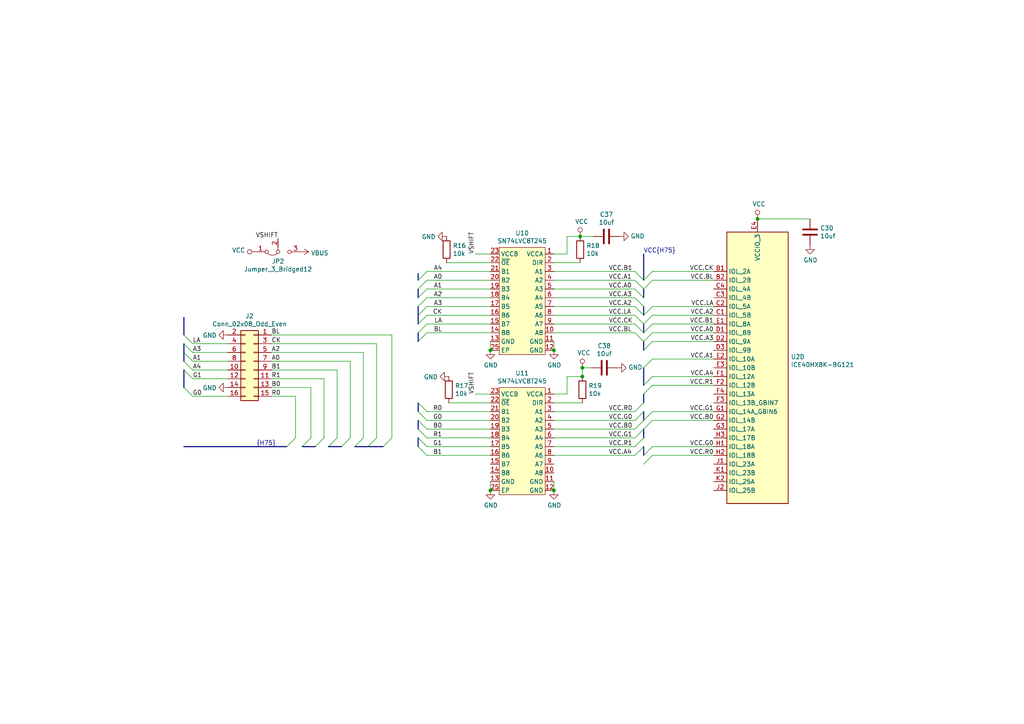
<source format=kicad_sch>
(kicad_sch (version 20200608) (host eeschema "5.99.0-unknown-e164269~101~ubuntu20.04.1")
  (page 1 7)
  (paper "A4")
  (title_block (rev "TEST"))
  (lib_symbols
    (symbol "Connector_Generic:Conn_02x08_Odd_Even" (pin_names hide)
      (property "Reference" "J" (at 1.27 10.16 0))
      (property "Value" "Conn_02x08_Odd_Even" (at 1.27 -12.7 0))
      (symbol "Conn_02x08_Odd_Even_1_1"
        (rectangle (start -1.27 -4.953) (end 0 -5.207))
        (rectangle (start -1.27 -7.493) (end 0 -7.747))
        (rectangle (start -1.27 -10.033) (end 0 -10.287))
        (rectangle (start -1.27 -2.413) (end 0 -2.667))
        (rectangle (start -1.27 2.667) (end 0 2.413))
        (rectangle (start -1.27 5.207) (end 0 4.953))
        (rectangle (start -1.27 7.747) (end 0 7.493))
        (rectangle (start -1.27 8.89) (end 3.81 -11.43) (stroke (width 0.254)) (fill (type background)))
        (rectangle (start -1.27 0.127) (end 0 -0.127))
        (rectangle (start 3.81 -4.953) (end 2.54 -5.207))
        (rectangle (start 3.81 -7.493) (end 2.54 -7.747))
        (rectangle (start 3.81 -10.033) (end 2.54 -10.287))
        (rectangle (start 3.81 -2.413) (end 2.54 -2.667))
        (rectangle (start 3.81 2.667) (end 2.54 2.413))
        (rectangle (start 3.81 5.207) (end 2.54 4.953))
        (rectangle (start 3.81 7.747) (end 2.54 7.493))
        (rectangle (start 3.81 0.127) (end 2.54 -0.127))
        (pin passive line (at -5.08 7.62 0) (length 3.81) (name "Pin_1") (number "1"))
        (pin passive line (at 7.62 -2.54 180) (length 3.81) (name "Pin_10") (number "10"))
        (pin passive line (at -5.08 -5.08 0) (length 3.81) (name "Pin_11") (number "11"))
        (pin passive line (at 7.62 -5.08 180) (length 3.81) (name "Pin_12") (number "12"))
        (pin passive line (at -5.08 -7.62 0) (length 3.81) (name "Pin_13") (number "13"))
        (pin passive line (at 7.62 -7.62 180) (length 3.81) (name "Pin_14") (number "14"))
        (pin passive line (at -5.08 -10.16 0) (length 3.81) (name "Pin_15") (number "15"))
        (pin passive line (at 7.62 -10.16 180) (length 3.81) (name "Pin_16") (number "16"))
        (pin passive line (at 7.62 7.62 180) (length 3.81) (name "Pin_2") (number "2"))
        (pin passive line (at -5.08 5.08 0) (length 3.81) (name "Pin_3") (number "3"))
        (pin passive line (at 7.62 5.08 180) (length 3.81) (name "Pin_4") (number "4"))
        (pin passive line (at -5.08 2.54 0) (length 3.81) (name "Pin_5") (number "5"))
        (pin passive line (at 7.62 2.54 180) (length 3.81) (name "Pin_6") (number "6"))
        (pin passive line (at -5.08 0 0) (length 3.81) (name "Pin_7") (number "7"))
        (pin passive line (at 7.62 0 180) (length 3.81) (name "Pin_8") (number "8"))
        (pin passive line (at -5.08 -2.54 0) (length 3.81) (name "Pin_9") (number "9"))
      )
    )
    (symbol "Device:C" (pin_numbers hide) (pin_names (offset 0.254))
      (property "Reference" "C" (at 0.635 2.54 0))
      (property "Value" "C" (at 0.635 -2.54 0))
      (symbol "C_0_1"
        (polyline (pts (xy -2.032 -0.762) (xy 2.032 -0.762)) (stroke (width 0.508)))
        (polyline (pts (xy -2.032 0.762) (xy 2.032 0.762)) (stroke (width 0.508)))
      )
      (symbol "C_1_1"
        (pin passive line (at 0 3.81 270) (length 2.794) (name "~") (number "1"))
        (pin passive line (at 0 -3.81 90) (length 2.794) (name "~") (number "2"))
      )
    )
    (symbol "Device:R" (pin_numbers hide) (pin_names (offset 0))
      (property "Reference" "R" (at 2.032 0 90))
      (property "Value" "R" (at 0 0 90))
      (symbol "R_0_1"
        (rectangle (start -1.016 -2.54) (end 1.016 2.54) (stroke (width 0.254)))
      )
      (symbol "R_1_1"
        (pin passive line (at 0 3.81 270) (length 1.27) (name "~") (number "1"))
        (pin passive line (at 0 -3.81 90) (length 1.27) (name "~") (number "2"))
      )
    )
    (symbol "FPGA_Lattice:ICE40HX8K-BG121" (pin_names (offset 0.508))
      (property "Reference" "U" (at 2.54 44.45 0))
      (property "Value" "ICE40HX8K-BG121" (at 10.16 41.91 0))
      (symbol "ICE40HX8K-BG121_1_1"
        (rectangle (start -8.89 31.75) (end 8.89 -38.1) (stroke (width 0.254)) (fill (type background)))
        (pin bidirectional line (at -12.7 -35.56 0) (length 3.81) (name "IOT_225") (number "A1"))
        (pin bidirectional line (at -12.7 17.78 0) (length 3.81) (name "IOT_170") (number "A10"))
        (pin bidirectional line (at -12.7 20.32 0) (length 3.81) (name "IOT_168") (number "A11"))
        (pin bidirectional line (at -12.7 -30.48 0) (length 3.81) (name "IOT_222") (number "A2"))
        (pin bidirectional line (at -12.7 -33.02 0) (length 3.81) (name "IOT_223") (number "A3"))
        (pin bidirectional line (at -12.7 -20.32 0) (length 3.81) (name "IOT_211") (number "A4"))
        (pin bidirectional line (at -12.7 -15.24 0) (length 3.81) (name "IOT_207") (number "A5"))
        (pin bidirectional line (at -12.7 -12.7 0) (length 3.81) (name "IOT_206") (number "A6"))
        (pin bidirectional line (at -12.7 -5.08 0) (length 3.81) (name "IOT_192") (number "A7"))
        (pin bidirectional line (at -12.7 0 0) (length 3.81) (name "IOT_190") (number "A8"))
        (pin bidirectional line (at -12.7 7.62 0) (length 3.81) (name "IOT_178") (number "A9"))
        (pin bidirectional line (at -12.7 -27.94 0) (length 3.81) (name "IOT_221") (number "B3"))
        (pin bidirectional line (at -12.7 -25.4 0) (length 3.81) (name "IOT_219") (number "B4"))
        (pin bidirectional line (at -12.7 -17.78 0) (length 3.81) (name "IOT_208") (number "B5"))
        (pin bidirectional line (at -12.7 -10.16 0) (length 3.81) (name "IOT_198_GBIN0") (number "B6"))
        (pin bidirectional line (at -12.7 -7.62 0) (length 3.81) (name "IOT_197_GBIN1") (number "B7"))
        (pin bidirectional line (at -12.7 10.16 0) (length 3.81) (name "IOT_177") (number "B8"))
        (pin bidirectional line (at -12.7 12.7 0) (length 3.81) (name "IOT_174") (number "B9"))
        (pin bidirectional line (at -12.7 -2.54 0) (length 3.81) (name "IOT_191") (number "C7"))
        (pin bidirectional line (at -12.7 5.08 0) (length 3.81) (name "IOT_179") (number "C8"))
        (pin bidirectional line (at -12.7 15.24 0) (length 3.81) (name "IOT_172") (number "C9"))
        (pin bidirectional line (at -12.7 -22.86 0) (length 3.81) (name "IOT_212") (number "D5"))
        (pin power_in line (at 0 35.56 270) (length 3.81) (name "VCCIO_0") (number "D6"))
        (pin bidirectional line (at -12.7 2.54 0) (length 3.81) (name "IOT_181") (number "D7"))
      )
      (symbol "ICE40HX8K-BG121_2_1"
        (rectangle (start -8.89 31.75) (end 8.89 -33.02) (stroke (width 0.254)) (fill (type background)))
        (pin bidirectional line (at -12.7 -30.48 0) (length 3.81) (name "IOR_161") (number "B11"))
        (pin bidirectional line (at -12.7 -27.94 0) (length 3.81) (name "IOR_160") (number "C11"))
        (pin bidirectional line (at -12.7 -25.4 0) (length 3.81) (name "IOR_154") (number "D10"))
        (pin bidirectional line (at -12.7 -22.86 0) (length 3.81) (name "IOR_152") (number "D11"))
        (pin bidirectional line (at -12.7 -17.78 0) (length 3.81) (name "IOR_147") (number "D9"))
        (pin bidirectional line (at -12.7 -10.16 0) (length 3.81) (name "IOR_141_GBIN2") (number "E10"))
        (pin bidirectional line (at -12.7 -20.32 0) (length 3.81) (name "IOR_148") (number "E11"))
        (pin bidirectional line (at -12.7 -15.24 0) (length 3.81) (name "IOR_146") (number "E8"))
        (pin bidirectional line (at -12.7 -12.7 0) (length 3.81) (name "IOR_144") (number "E9"))
        (pin bidirectional line (at -12.7 -2.54 0) (length 3.81) (name "IOR_136") (number "F10"))
        (pin bidirectional line (at -12.7 -7.62 0) (length 3.81) (name "IOR_140_GBIN3") (number "F11"))
        (pin power_in line (at 0 35.56 270) (length 3.81) (name "VCCIO_1") (number "F8"))
        (pin bidirectional line (at -12.7 -5.08 0) (length 3.81) (name "IOR_137") (number "F9"))
        (pin bidirectional line (at -12.7 5.08 0) (length 3.81) (name "IOR_120") (number "G10"))
        (pin bidirectional line (at -12.7 0 0) (length 3.81) (name "IOR_129") (number "G11"))
        (pin bidirectional line (at -12.7 10.16 0) (length 3.81) (name "IOR_118") (number "G8"))
        (pin bidirectional line (at -12.7 2.54 0) (length 3.81) (name "IOR_128") (number "G9"))
        (pin bidirectional line (at -12.7 15.24 0) (length 3.81) (name "IOR_116") (number "H10"))
        (pin bidirectional line (at -12.7 7.62 0) (length 3.81) (name "IOR_119") (number "H11"))
        (pin bidirectional line (at -12.7 12.7 0) (length 3.81) (name "IOR_117") (number "J10"))
        (pin bidirectional line (at -12.7 20.32 0) (length 3.81) (name "IOR_114") (number "J11"))
        (pin bidirectional line (at -12.7 17.78 0) (length 3.81) (name "IOR_115") (number "K11"))
      )
      (symbol "ICE40HX8K-BG121_3_1"
        (rectangle (start -11.43 29.21) (end 11.43 -31.75) (stroke (width 0.254)) (fill (type background)))
        (pin power_in line (at 0 33.02 270) (length 3.81) (name "VCCIO_2") (number "H6"))
        (pin bidirectional line (at -15.24 -15.24 0) (length 3.81) (name "IOB_87") (number "H7"))
        (pin bidirectional line (at -15.24 -27.94 0) (length 3.81) (name "IOB_104_CBSEL1") (number "H9"))
        (pin bidirectional line (at -15.24 15.24 0) (length 3.81) (name "IOB_57") (number "J3"))
        (pin bidirectional line (at -15.24 7.62 0) (length 3.81) (name "IOB_64") (number "J4"))
        (pin bidirectional line (at -15.24 -2.54 0) (length 3.81) (name "IOB_78") (number "J5"))
        (pin bidirectional line (at -15.24 -12.7 0) (length 3.81) (name "IOB_86") (number "J7"))
        (pin bidirectional line (at -15.24 -20.32 0) (length 3.81) (name "IOB_91") (number "J8"))
        (pin bidirectional line (at -15.24 10.16 0) (length 3.81) (name "IOB_63") (number "K3"))
        (pin bidirectional line (at -15.24 0 0) (length 3.81) (name "IOB_73") (number "K4"))
        (pin bidirectional line (at -15.24 -5.08 0) (length 3.81) (name "IOB_79") (number "K5"))
        (pin bidirectional line (at -15.24 -10.16 0) (length 3.81) (name "IOB_82_GBIN4") (number "K6"))
        (pin bidirectional line (at -15.24 -17.78 0) (length 3.81) (name "IOB_89") (number "K7"))
        (pin open_collector line (at 15.24 25.4 180) (length 3.81) (name "CDONE") (number "K8"))
        (pin bidirectional line (at -15.24 17.78 0) (length 3.81) (name "IOB_56") (number "L1"))
        (pin bidirectional line (at -15.24 12.7 0) (length 3.81) (name "IOB_61") (number "L2"))
        (pin bidirectional line (at -15.24 5.08 0) (length 3.81) (name "IOB_71") (number "L3"))
        (pin bidirectional line (at -15.24 2.54 0) (length 3.81) (name "IOB_72") (number "L4"))
        (pin bidirectional line (at -15.24 -7.62 0) (length 3.81) (name "IOB_81_GBIN5") (number "L5"))
        (pin bidirectional line (at -15.24 -22.86 0) (length 3.81) (name "IOB_94") (number "L7"))
        (pin bidirectional line (at -15.24 -25.4 0) (length 3.81) (name "IOB_103_CBSEL0") (number "L8"))
        (pin input line (at -15.24 25.4 0) (length 3.81) (name "~CRESET") (number "L9"))
      )
      (symbol "ICE40HX8K-BG121_4_1"
        (rectangle (start -8.89 39.37) (end 8.89 -39.37) (stroke (width 0.254)) (fill (type background)))
        (pin bidirectional line (at -12.7 27.94 0) (length 3.81) (name "IOL_2A") (number "B1"))
        (pin bidirectional line (at -12.7 25.4 0) (length 3.81) (name "IOL_2B") (number "B2"))
        (pin bidirectional line (at -12.7 15.24 0) (length 3.81) (name "IOL_5B") (number "C1"))
        (pin bidirectional line (at -12.7 17.78 0) (length 3.81) (name "IOL_5A") (number "C2"))
        (pin bidirectional line (at -12.7 20.32 0) (length 3.81) (name "IOL_4B") (number "C3"))
        (pin bidirectional line (at -12.7 22.86 0) (length 3.81) (name "IOL_4A") (number "C4"))
        (pin bidirectional line (at -12.7 10.16 0) (length 3.81) (name "IOL_8B") (number "D1"))
        (pin bidirectional line (at -12.7 7.62 0) (length 3.81) (name "IOL_9A") (number "D2"))
        (pin bidirectional line (at -12.7 5.08 0) (length 3.81) (name "IOL_9B") (number "D3"))
        (pin bidirectional line (at -12.7 12.7 0) (length 3.81) (name "IOL_8A") (number "E1"))
        (pin bidirectional line (at -12.7 2.54 0) (length 3.81) (name "IOL_10A") (number "E2"))
        (pin bidirectional line (at -12.7 0 0) (length 3.81) (name "IOL_10B") (number "E3"))
        (pin power_in line (at 0 43.18 270) (length 3.81) (name "VCCIO_3") (number "E4"))
        (pin bidirectional line (at -12.7 -2.54 0) (length 3.81) (name "IOL_12A") (number "F1"))
        (pin bidirectional line (at -12.7 -5.08 0) (length 3.81) (name "IOL_12B") (number "F2"))
        (pin bidirectional line (at -12.7 -10.16 0) (length 3.81) (name "IOL_13B_GBIN7") (number "F3"))
        (pin bidirectional line (at -12.7 -7.62 0) (length 3.81) (name "IOL_13A") (number "F4"))
        (pin bidirectional line (at -12.7 -12.7 0) (length 3.81) (name "IOL_14A_GBIN6") (number "G1"))
        (pin bidirectional line (at -12.7 -15.24 0) (length 3.81) (name "IOL_14B") (number "G2"))
        (pin bidirectional line (at -12.7 -17.78 0) (length 3.81) (name "IOL_17A") (number "G3"))
        (pin passive line (at 0 43.18 270) (length 3.81) hide (name "VCCIO_3") (number "G4"))
        (pin bidirectional line (at -12.7 -22.86 0) (length 3.81) (name "IOL_18A") (number "H1"))
        (pin bidirectional line (at -12.7 -25.4 0) (length 3.81) (name "IOL_18B") (number "H2"))
        (pin bidirectional line (at -12.7 -20.32 0) (length 3.81) (name "IOL_17B") (number "H3"))
        (pin bidirectional line (at -12.7 -27.94 0) (length 3.81) (name "IOL_23A") (number "J1"))
        (pin bidirectional line (at -12.7 -35.56 0) (length 3.81) (name "IOL_25B") (number "J2"))
        (pin bidirectional line (at -12.7 -30.48 0) (length 3.81) (name "IOL_23B") (number "K1"))
        (pin bidirectional line (at -12.7 -33.02 0) (length 3.81) (name "IOL_25A") (number "K2"))
      )
      (symbol "ICE40HX8K-BG121_5_1"
        (rectangle (start -11.43 13.97) (end 11.43 -13.97) (stroke (width 0.254)) (fill (type background)))
        (pin power_in line (at -2.54 17.78 270) (length 3.81) (name "VPP_FAST") (number "B10"))
        (pin power_in line (at 0 17.78 270) (length 3.81) (name "VPP_2V5") (number "C10"))
        (pin power_in line (at 15.24 -10.16 180) (length 3.81) (name "GNDPLL1") (number "C5"))
        (pin power_in line (at 15.24 -2.54 180) (length 3.81) (name "VCCPLL1") (number "C6"))
        (pin passive line (at 2.54 17.78 270) (length 3.81) hide (name "VCC") (number "D4"))
        (pin power_in line (at 2.54 17.78 270) (length 3.81) (name "VCC") (number "D8"))
        (pin power_in line (at -7.62 -17.78 90) (length 3.81) (name "GND") (number "E5"))
        (pin passive line (at -7.62 -17.78 90) (length 3.81) hide (name "GND") (number "E6"))
        (pin passive line (at -7.62 -17.78 90) (length 3.81) hide (name "GND") (number "E7"))
        (pin passive line (at -7.62 -17.78 90) (length 3.81) hide (name "GND") (number "F5"))
        (pin passive line (at -7.62 -17.78 90) (length 3.81) hide (name "GND") (number "F6"))
        (pin passive line (at -7.62 -17.78 90) (length 3.81) hide (name "GND") (number "F7"))
        (pin passive line (at -7.62 -17.78 90) (length 3.81) hide (name "GND") (number "G5"))
        (pin passive line (at -7.62 -17.78 90) (length 3.81) hide (name "GND") (number "G6"))
        (pin passive line (at -7.62 -17.78 90) (length 3.81) hide (name "GND") (number "G7"))
        (pin passive line (at 2.54 17.78 270) (length 3.81) hide (name "VCC") (number "H4"))
        (pin passive line (at -7.62 -17.78 90) (length 3.81) hide (name "GND") (number "H5"))
        (pin passive line (at 2.54 17.78 270) (length 3.81) hide (name "VCC") (number "H8"))
        (pin power_in line (at 15.24 7.62 180) (length 3.81) (name "VCCPLL0") (number "J6"))
        (pin bidirectional line (at -15.24 0 0) (length 3.81) (name "IOB_106_SDI") (number "J9"))
        (pin bidirectional line (at -15.24 -5.08 0) (length 3.81) (name "IOB_108_SS") (number "K10"))
        (pin bidirectional line (at -15.24 2.54 0) (length 3.81) (name "IOB_105_SDO") (number "K9"))
        (pin bidirectional line (at -15.24 -2.54 0) (length 3.81) (name "IOB_107_SCK") (number "L10"))
        (pin power_in line (at -7.62 17.78 270) (length 3.81) (name "VCC_SPI") (number "L11"))
        (pin power_in line (at 15.24 0 180) (length 3.81) (name "GNDPLL0") (number "L6"))
      )
    )
    (symbol "Jumper:Jumper_3_Bridged12" (pin_names (offset 0) hide)
      (property "Reference" "JP" (at -2.54 -2.54 0))
      (property "Value" "Jumper_3_Bridged12" (at 0 2.794 0))
      (symbol "Jumper_3_Bridged12_0_1"
        (arc (start -3.048 0.508) (end -0.254 0.508) (radius (at -1.651 -1.27) (length 2.2606) (angles 128.2 51.8)))
        (polyline (pts (xy 0 -1.27) (xy 0 -0.508)))
      )
      (symbol "Jumper_3_Bridged12_0_0"
        (circle (center -3.302 0) (radius 0.508))
        (circle (center 0 0) (radius 0.508))
        (circle (center 3.302 0) (radius 0.508))
      )
      (symbol "Jumper_3_Bridged12_1_1"
        (pin passive line (at -6.35 0 0) (length 2.54) (name "A") (number "1"))
        (pin input line (at 0 -3.81 90) (length 2.54) (name "C") (number "2"))
        (pin passive line (at 6.35 0 180) (length 2.54) (name "B") (number "3"))
      )
    )
    (symbol "h75_poe:SN74LVC8T245"
      (property "Reference" "U" (at 0 1.27 0))
      (property "Value" "SN74LVC8T245" (at 0 3.175 0))
      (symbol "SN74LVC8T245_0_1"
        (rectangle (start -6.985 0) (end 6.35 -31.115) (stroke (width 0.152)) (fill (type background)))
      )
      (symbol "SN74LVC8T245_0_0"
        (pin unspecified line (at -9.525 -1.905 0) (length 2.54) (name "VCCA") (number "1"))
        (pin unspecified line (at -9.525 -4.445 0) (length 2.54) (name "DIR") (number "2"))
        (pin unspecified line (at -9.525 -6.985 0) (length 2.54) (name "A1") (number "3"))
        (pin unspecified line (at -9.525 -9.525 0) (length 2.54) (name "A2") (number "4"))
        (pin unspecified line (at -9.525 -12.065 0) (length 2.54) (name "A3") (number "5"))
        (pin unspecified line (at -9.525 -14.605 0) (length 2.54) (name "A4") (number "6"))
        (pin unspecified line (at -9.525 -17.145 0) (length 2.54) (name "A5") (number "7"))
        (pin unspecified line (at -9.525 -19.685 0) (length 2.54) (name "A6") (number "8"))
        (pin unspecified line (at -9.525 -22.225 0) (length 2.54) (name "A7") (number "9"))
        (pin unspecified line (at -9.525 -24.765 0) (length 2.54) (name "A8") (number "10"))
        (pin unspecified line (at -9.525 -27.305 0) (length 2.54) (name "GND") (number "11"))
        (pin unspecified line (at -9.525 -29.845 0) (length 2.54) (name "GND") (number "12"))
        (pin unspecified line (at 8.89 -27.305 180) (length 2.54) (name "GND") (number "13"))
        (pin unspecified line (at 8.89 -24.765 180) (length 2.54) (name "B8") (number "14"))
        (pin unspecified line (at 8.89 -22.225 180) (length 2.54) (name "B7") (number "15"))
        (pin unspecified line (at 8.89 -19.685 180) (length 2.54) (name "B6") (number "16"))
        (pin unspecified line (at 8.89 -17.145 180) (length 2.54) (name "B5") (number "17"))
        (pin unspecified line (at 8.89 -14.605 180) (length 2.54) (name "B4") (number "18"))
        (pin unspecified line (at 8.89 -12.065 180) (length 2.54) (name "B3") (number "19"))
        (pin unspecified line (at 8.89 -9.525 180) (length 2.54) (name "B2") (number "20"))
        (pin unspecified line (at 8.89 -6.985 180) (length 2.54) (name "B1") (number "21"))
        (pin unspecified line (at 8.89 -4.445 180) (length 2.54) (name "~OE") (number "22"))
        (pin unspecified line (at 8.89 -1.905 180) (length 2.54) (name "VCCB") (number "23"))
        (pin unspecified line (at 8.89 -1.905 180) (length 2.54) hide (name "VCCB") (number "24"))
        (pin unspecified line (at 8.89 -29.845 180) (length 2.54) (name "EP") (number "25"))
        (pin unspecified line (at 8.89 -29.855 180) (length 2.54) hide (name "EP") (number "26"))
        (pin unspecified line (at 8.89 -29.865 180) (length 2.54) hide (name "EP") (number "27"))
        (pin unspecified line (at 8.89 -29.875 180) (length 2.54) hide (name "EP") (number "28"))
        (pin unspecified line (at 8.89 -29.885 180) (length 2.54) hide (name "EP") (number "29"))
      )
    )
    (symbol "power:GND" (power) (pin_names (offset 0))
      (property "Value" "GND" (at 0 -3.81 0))
      (symbol "GND_0_1"
        (polyline (pts (xy 0 0) (xy 0 -1.27) (xy 1.27 -1.27) (xy 0 -2.54) (xy -1.27 -1.27) (xy 0 -1.27)))
      )
      (symbol "GND_1_1"
        (pin power_in line (at 0 0 270) (length 0) hide (name "GND") (number "1"))
      )
    )
    (symbol "power:VBUS" (power) (pin_names (offset 0))
      (property "Value" "VBUS" (at 0 3.81 0))
      (symbol "VBUS_0_1"
        (polyline (pts (xy -0.762 1.27) (xy 0 2.54)))
        (polyline (pts (xy 0 0) (xy 0 2.54)))
        (polyline (pts (xy 0 2.54) (xy 0.762 1.27)))
      )
      (symbol "VBUS_1_1"
        (pin power_in line (at 0 0 90) (length 0) hide (name "VBUS") (number "1"))
      )
    )
    (symbol "power:VCC" (power) (pin_names (offset 0))
      (property "Value" "VCC" (at 0 3.81 0))
      (symbol "VCC_0_1"
        (circle (center 0 1.905) (radius 0.635))
        (polyline (pts (xy 0 0) (xy 0 1.27)))
      )
      (symbol "VCC_1_1"
        (pin power_in line (at 0 0 90) (length 0) hide (name "VCC") (number "1"))
      )
    )
  )
  (bus_alias "H75" (members "A[0..4]" "R0" "B0" "G0" "R1" "B1" "G1" "BL" "CK" "LA"))
  (junction (at 142.24 101.6))
  (junction (at 142.24 142.24))
  (junction (at 160.655 101.6))
  (junction (at 160.655 142.24))
  (junction (at 168.275 68.58))
  (junction (at 168.91 106.68))
  (junction (at 168.91 109.22))
  (junction (at 219.71 63.5))
  (bus_entry (at 53.34 97.155) (size 2.54 2.54))
  (bus_entry (at 53.34 99.695) (size 2.54 2.54))
  (bus_entry (at 53.34 102.235) (size 2.54 2.54))
  (bus_entry (at 53.34 104.775) (size 2.54 2.54))
  (bus_entry (at 53.34 107.315) (size 2.54 2.54))
  (bus_entry (at 53.34 112.395) (size 2.54 2.54))
  (bus_entry (at 83.185 129.54) (size 2.54 -2.54))
  (bus_entry (at 87.63 129.54) (size 2.54 -2.54))
  (bus_entry (at 91.44 129.54) (size 2.54 -2.54))
  (bus_entry (at 95.25 129.54) (size 2.54 -2.54))
  (bus_entry (at 99.06 129.54) (size 2.54 -2.54))
  (bus_entry (at 102.87 129.54) (size 2.54 -2.54))
  (bus_entry (at 106.68 129.54) (size 2.54 -2.54))
  (bus_entry (at 111.125 129.54) (size 2.54 -2.54))
  (bus_entry (at 121.285 81.28) (size 2.54 -2.54))
  (bus_entry (at 121.285 83.82) (size 2.54 -2.54))
  (bus_entry (at 121.285 86.36) (size 2.54 -2.54))
  (bus_entry (at 121.285 88.9) (size 2.54 -2.54))
  (bus_entry (at 121.285 91.44) (size 2.54 -2.54))
  (bus_entry (at 121.285 93.98) (size 2.54 -2.54))
  (bus_entry (at 121.285 96.52) (size 2.54 -2.54))
  (bus_entry (at 121.285 99.06) (size 2.54 -2.54))
  (bus_entry (at 121.285 116.84) (size 2.54 2.54))
  (bus_entry (at 121.285 119.38) (size 2.54 2.54))
  (bus_entry (at 121.285 121.92) (size 2.54 2.54))
  (bus_entry (at 121.285 124.46) (size 2.54 2.54))
  (bus_entry (at 123.825 129.54) (size -2.54 -2.54))
  (bus_entry (at 123.825 132.08) (size -2.54 -2.54))
  (bus_entry (at 184.15 129.54) (size 2.54 -2.54))
  (bus_entry (at 184.15 132.08) (size 2.54 -2.54))
  (bus_entry (at 186.69 81.28) (size -2.54 -2.54))
  (bus_entry (at 186.69 83.82) (size -2.54 -2.54))
  (bus_entry (at 186.69 86.36) (size -2.54 -2.54))
  (bus_entry (at 186.69 88.9) (size -2.54 -2.54))
  (bus_entry (at 186.69 91.44) (size -2.54 -2.54))
  (bus_entry (at 186.69 93.98) (size -2.54 -2.54))
  (bus_entry (at 186.69 96.52) (size -2.54 -2.54))
  (bus_entry (at 186.69 99.06) (size -2.54 -2.54))
  (bus_entry (at 186.69 116.84) (size -2.54 2.54))
  (bus_entry (at 186.69 119.38) (size -2.54 2.54))
  (bus_entry (at 186.69 121.92) (size -2.54 2.54))
  (bus_entry (at 186.69 124.46) (size -2.54 2.54))
  (bus_entry (at 189.23 78.74) (size -2.54 2.54))
  (bus_entry (at 189.23 81.28) (size -2.54 2.54))
  (bus_entry (at 189.23 88.9) (size -2.54 2.54))
  (bus_entry (at 189.23 91.44) (size -2.54 2.54))
  (bus_entry (at 189.23 93.98) (size -2.54 2.54))
  (bus_entry (at 189.23 96.52) (size -2.54 2.54))
  (bus_entry (at 189.23 99.06) (size -2.54 2.54))
  (bus_entry (at 189.23 104.14) (size -2.54 2.54))
  (bus_entry (at 189.23 109.22) (size -2.54 2.54))
  (bus_entry (at 189.23 111.76) (size -2.54 2.54))
  (bus_entry (at 189.23 119.38) (size -2.54 2.54))
  (bus_entry (at 189.23 121.92) (size -2.54 2.54))
  (bus_entry (at 189.23 129.54) (size -2.54 2.54))
  (bus_entry (at 189.23 132.08) (size -2.54 2.54))
  (wire (pts (xy 55.88 99.695) (xy 66.04 99.695)))
  (wire (pts (xy 55.88 102.235) (xy 66.04 102.235)))
  (wire (pts (xy 55.88 104.775) (xy 66.04 104.775)))
  (wire (pts (xy 55.88 107.315) (xy 66.04 107.315)))
  (wire (pts (xy 55.88 109.855) (xy 66.04 109.855)))
  (wire (pts (xy 55.88 114.935) (xy 66.04 114.935)))
  (wire (pts (xy 78.74 97.155) (xy 113.665 97.155)))
  (wire (pts (xy 78.74 99.695) (xy 109.22 99.695)))
  (wire (pts (xy 78.74 102.235) (xy 105.41 102.235)))
  (wire (pts (xy 78.74 104.775) (xy 101.6 104.775)))
  (wire (pts (xy 78.74 107.315) (xy 97.79 107.315)))
  (wire (pts (xy 78.74 109.855) (xy 93.98 109.855)))
  (wire (pts (xy 78.74 112.395) (xy 90.17 112.395)))
  (wire (pts (xy 78.74 114.935) (xy 85.725 114.935)))
  (wire (pts (xy 85.725 127) (xy 85.725 114.935)))
  (wire (pts (xy 90.17 127) (xy 90.17 112.395)))
  (wire (pts (xy 93.98 127) (xy 93.98 109.855)))
  (wire (pts (xy 97.79 127) (xy 97.79 107.315)))
  (wire (pts (xy 101.6 127) (xy 101.6 104.775)))
  (wire (pts (xy 105.41 127) (xy 105.41 102.235)))
  (wire (pts (xy 109.22 127) (xy 109.22 99.695)))
  (wire (pts (xy 113.665 127) (xy 113.665 97.155)))
  (wire (pts (xy 123.825 78.74) (xy 142.24 78.74)))
  (wire (pts (xy 123.825 81.28) (xy 142.24 81.28)))
  (wire (pts (xy 123.825 83.82) (xy 142.24 83.82)))
  (wire (pts (xy 123.825 86.36) (xy 142.24 86.36)))
  (wire (pts (xy 123.825 88.9) (xy 142.24 88.9)))
  (wire (pts (xy 123.825 91.44) (xy 142.24 91.44)))
  (wire (pts (xy 123.825 93.98) (xy 142.24 93.98)))
  (wire (pts (xy 123.825 96.52) (xy 142.24 96.52)))
  (wire (pts (xy 123.825 119.38) (xy 142.24 119.38)))
  (wire (pts (xy 123.825 121.92) (xy 142.24 121.92)))
  (wire (pts (xy 123.825 124.46) (xy 142.24 124.46)))
  (wire (pts (xy 123.825 127) (xy 142.24 127)))
  (wire (pts (xy 123.825 129.54) (xy 142.24 129.54)))
  (wire (pts (xy 123.825 132.08) (xy 142.24 132.08)))
  (wire (pts (xy 129.54 76.2) (xy 142.24 76.2)))
  (wire (pts (xy 130.175 116.84) (xy 142.24 116.84)))
  (wire (pts (xy 137.795 73.66) (xy 142.24 73.66)))
  (wire (pts (xy 137.795 114.3) (xy 142.24 114.3)))
  (wire (pts (xy 142.24 99.06) (xy 142.24 101.6)))
  (wire (pts (xy 142.24 139.7) (xy 142.24 142.24)))
  (wire (pts (xy 160.655 73.66) (xy 164.465 73.66)))
  (wire (pts (xy 160.655 76.2) (xy 168.275 76.2)))
  (wire (pts (xy 160.655 78.74) (xy 184.15 78.74)))
  (wire (pts (xy 160.655 81.28) (xy 184.15 81.28)))
  (wire (pts (xy 160.655 83.82) (xy 184.15 83.82)))
  (wire (pts (xy 160.655 86.36) (xy 184.15 86.36)))
  (wire (pts (xy 160.655 88.9) (xy 184.15 88.9)))
  (wire (pts (xy 160.655 91.44) (xy 184.15 91.44)))
  (wire (pts (xy 160.655 93.98) (xy 184.15 93.98)))
  (wire (pts (xy 160.655 96.52) (xy 184.15 96.52)))
  (wire (pts (xy 160.655 99.06) (xy 160.655 101.6)))
  (wire (pts (xy 160.655 114.3) (xy 164.465 114.3)))
  (wire (pts (xy 160.655 116.84) (xy 168.91 116.84)))
  (wire (pts (xy 160.655 119.38) (xy 184.15 119.38)))
  (wire (pts (xy 160.655 121.92) (xy 184.15 121.92)))
  (wire (pts (xy 160.655 124.46) (xy 184.15 124.46)))
  (wire (pts (xy 160.655 127) (xy 184.15 127)))
  (wire (pts (xy 160.655 129.54) (xy 184.15 129.54)))
  (wire (pts (xy 160.655 132.08) (xy 184.15 132.08)))
  (wire (pts (xy 160.655 139.7) (xy 160.655 142.24)))
  (wire (pts (xy 164.465 68.58) (xy 168.275 68.58)))
  (wire (pts (xy 164.465 73.66) (xy 164.465 68.58)))
  (wire (pts (xy 164.465 109.22) (xy 168.91 109.22)))
  (wire (pts (xy 164.465 114.3) (xy 164.465 109.22)))
  (wire (pts (xy 168.275 68.58) (xy 172.085 68.58)))
  (wire (pts (xy 168.91 106.68) (xy 168.91 109.22)))
  (wire (pts (xy 171.45 106.68) (xy 168.91 106.68)))
  (wire (pts (xy 189.23 78.74) (xy 207.01 78.74)))
  (wire (pts (xy 189.23 81.28) (xy 207.01 81.28)))
  (wire (pts (xy 189.23 88.9) (xy 207.01 88.9)))
  (wire (pts (xy 189.23 91.44) (xy 207.01 91.44)))
  (wire (pts (xy 189.23 93.98) (xy 207.01 93.98)))
  (wire (pts (xy 189.23 96.52) (xy 207.01 96.52)))
  (wire (pts (xy 189.23 99.06) (xy 207.01 99.06)))
  (wire (pts (xy 189.23 104.14) (xy 207.01 104.14)))
  (wire (pts (xy 189.23 109.22) (xy 207.01 109.22)))
  (wire (pts (xy 189.23 111.76) (xy 207.01 111.76)))
  (wire (pts (xy 189.23 119.38) (xy 207.01 119.38)))
  (wire (pts (xy 189.23 121.92) (xy 207.01 121.92)))
  (wire (pts (xy 189.23 129.54) (xy 207.01 129.54)))
  (wire (pts (xy 189.23 132.08) (xy 207.01 132.08)))
  (wire (pts (xy 219.71 63.5) (xy 234.95 63.5)))
  (bus (pts (xy 53.34 92.075) (xy 53.34 99.695)))
  (bus (pts (xy 53.34 99.695) (xy 53.34 102.235)))
  (bus (pts (xy 53.34 102.235) (xy 53.34 107.315)))
  (bus (pts (xy 53.34 107.315) (xy 53.34 129.54)))
  (bus (pts (xy 53.34 129.54) (xy 87.63 129.54)))
  (bus (pts (xy 87.63 129.54) (xy 95.25 129.54)))
  (bus (pts (xy 95.25 129.54) (xy 102.87 129.54)))
  (bus (pts (xy 102.87 129.54) (xy 106.68 129.54)))
  (bus (pts (xy 106.68 129.54) (xy 121.285 129.54)))
  (bus (pts (xy 121.285 79.375) (xy 121.285 83.82)))
  (bus (pts (xy 121.285 83.82) (xy 121.285 88.9)))
  (bus (pts (xy 121.285 88.9) (xy 121.285 91.44)))
  (bus (pts (xy 121.285 91.44) (xy 121.285 96.52)))
  (bus (pts (xy 121.285 96.52) (xy 121.285 116.84)))
  (bus (pts (xy 121.285 116.84) (xy 121.285 121.92)))
  (bus (pts (xy 121.285 121.92) (xy 121.285 127)))
  (bus (pts (xy 121.285 127) (xy 121.285 129.54)))
  (bus (pts (xy 186.69 73.66) (xy 186.69 83.82)))
  (bus (pts (xy 186.69 83.82) (xy 186.69 88.9)))
  (bus (pts (xy 186.69 88.9) (xy 186.69 93.98)))
  (bus (pts (xy 186.69 93.98) (xy 186.69 99.06)))
  (bus (pts (xy 186.69 99.06) (xy 186.69 106.68)))
  (bus (pts (xy 186.69 106.68) (xy 186.69 114.3)))
  (bus (pts (xy 186.69 114.3) (xy 186.69 119.38)))
  (bus (pts (xy 186.69 119.38) (xy 186.69 124.46)))
  (bus (pts (xy 186.69 124.46) (xy 186.69 129.54)))
  (bus (pts (xy 186.69 129.54) (xy 186.69 134.62)))
  (label "LA" (at 55.88 99.695 0))
  (label "A3" (at 55.88 102.235 0))
  (label "A1" (at 55.88 104.775 0))
  (label "A4" (at 55.88 107.315 0))
  (label "G1" (at 55.88 109.855 0))
  (label "G0" (at 55.88 114.935 0))
  (label "BL" (at 78.74 97.155 0))
  (label "CK" (at 78.74 99.695 0))
  (label "A2" (at 78.74 102.235 0))
  (label "A0" (at 78.74 104.775 0))
  (label "B1" (at 78.74 107.315 0))
  (label "R1" (at 78.74 109.855 0))
  (label "B0" (at 78.74 112.395 0))
  (label "R0" (at 78.74 114.935 0))
  (label "{H75}" (at 80.01 129.54 180))
  (label "VSHIFT" (at 80.645 69.215 180))
  (label "A4" (at 128.27 78.74 180))
  (label "A0" (at 128.27 81.28 180))
  (label "A1" (at 128.27 83.82 180))
  (label "A2" (at 128.27 86.36 180))
  (label "A3" (at 128.27 88.9 180))
  (label "CK" (at 128.27 91.44 180))
  (label "LA" (at 128.27 93.98 180))
  (label "BL" (at 128.27 96.52 180))
  (label "R0" (at 128.27 119.38 180))
  (label "G0" (at 128.27 121.92 180))
  (label "B0" (at 128.27 124.46 180))
  (label "R1" (at 128.27 127 180))
  (label "G1" (at 128.27 129.54 180))
  (label "B1" (at 128.27 132.08 180))
  (label "VSHIFT" (at 137.795 73.66 90))
  (label "VSHIFT" (at 137.795 114.3 90))
  (label "VCC.B1" (at 176.53 78.74 0))
  (label "VCC.A1" (at 176.53 81.28 0))
  (label "VCC.A0" (at 176.53 83.82 0))
  (label "VCC.A3" (at 176.53 86.36 0))
  (label "VCC.A2" (at 176.53 88.9 0))
  (label "VCC.LA" (at 176.53 91.44 0))
  (label "VCC.CK" (at 176.53 93.98 0))
  (label "VCC.BL" (at 176.53 96.52 0))
  (label "VCC.R0" (at 176.53 119.38 0))
  (label "VCC.G0" (at 176.53 121.92 0))
  (label "VCC.B0" (at 176.53 124.46 0))
  (label "VCC.G1" (at 176.53 127 0))
  (label "VCC.R1" (at 176.53 129.54 0))
  (label "VCC.A4" (at 176.53 132.08 0))
  (label "VCC{H75}" (at 186.69 73.66 0))
  (label "VCC.CK" (at 207.01 78.74 180))
  (label "VCC.BL" (at 207.01 81.28 180))
  (label "VCC.LA" (at 207.01 88.9 180))
  (label "VCC.A2" (at 207.01 91.44 180))
  (label "VCC.B1" (at 207.01 93.98 180))
  (label "VCC.A0" (at 207.01 96.52 180))
  (label "VCC.A3" (at 207.01 99.06 180))
  (label "VCC.A1" (at 207.01 104.14 180))
  (label "VCC.A4" (at 207.01 109.22 180))
  (label "VCC.R1" (at 207.01 111.76 180))
  (label "VCC.G1" (at 207.01 119.38 180))
  (label "VCC.B0" (at 207.01 121.92 180))
  (label "VCC.G0" (at 207.01 129.54 180))
  (label "VCC.R0" (at 207.01 132.08 180))
  (symbol (lib_id "power:VCC") (at 74.295 73.025 90) (unit 1)
    (property "Reference" "#PWR0160" (effects hide))
    (property "Value" "VCC" (at 71.1199 72.5932 90) (effects (justify left)))
  )
  (symbol (lib_id "power:VCC") (at 168.275 68.58 0) (unit 1)
    (property "Reference" "#PWR0158" (effects hide))
    (property "Value" "VCC" (at 168.7068 64.2556 0))
  )
  (symbol (lib_id "power:VCC") (at 168.91 106.68 0) (unit 1)
    (property "Reference" "#PWR0157" (effects hide))
    (property "Value" "VCC" (at 169.3418 102.3556 0))
  )
  (symbol (lib_id "power:VCC") (at 219.71 63.5 0) (unit 1)
    (property "Reference" "#PWR0137" (effects hide))
    (property "Value" "VCC" (at 220.1418 59.1756 0))
  )
  (symbol (lib_id "power:VBUS") (at 86.995 73.025 270) (unit 1)
    (property "Reference" "#PWR0156" (effects hide))
    (property "Value" "VBUS" (at 90.1701 73.3933 90) (effects (justify left)))
  )
  (symbol (lib_id "power:GND") (at 66.04 97.155 270) (unit 1)
    (property "Reference" "#PWR0133" (effects hide))
    (property "Value" "GND" (at 62.865 97.2693 90) (effects (justify right)))
  )
  (symbol (lib_id "power:GND") (at 66.04 112.395 270) (unit 1)
    (property "Reference" "#PWR0132" (effects hide))
    (property "Value" "GND" (at 62.865 112.5093 90) (effects (justify right)))
  )
  (symbol (lib_id "power:GND") (at 129.54 68.58 270) (unit 1)
    (property "Reference" "#PWR0124" (effects hide))
    (property "Value" "GND" (at 126.365 68.6943 90) (effects (justify right)))
  )
  (symbol (lib_id "power:GND") (at 130.175 109.22 270) (unit 1)
    (property "Reference" "#PWR0155" (effects hide))
    (property "Value" "GND" (at 127 109.3343 90) (effects (justify right)))
  )
  (symbol (lib_id "power:GND") (at 142.24 101.6 0) (unit 1)
    (property "Reference" "#PWR0153" (effects hide))
    (property "Value" "GND" (at 142.3543 105.9244 0))
  )
  (symbol (lib_id "power:GND") (at 142.24 142.24 0) (unit 1)
    (property "Reference" "#PWR0154" (effects hide))
    (property "Value" "GND" (at 142.3543 146.5644 0))
  )
  (symbol (lib_id "power:GND") (at 160.655 101.6 0) (unit 1)
    (property "Reference" "#PWR0152" (effects hide))
    (property "Value" "GND" (at 160.7693 105.9244 0))
  )
  (symbol (lib_id "power:GND") (at 160.655 142.24 0) (unit 1)
    (property "Reference" "#PWR0151" (effects hide))
    (property "Value" "GND" (at 160.7693 146.5644 0))
  )
  (symbol (lib_id "power:GND") (at 179.07 106.68 90) (unit 1)
    (property "Reference" "#PWR0180" (effects hide))
    (property "Value" "GND" (at 182.2451 106.5657 90) (effects (justify right)))
  )
  (symbol (lib_id "power:GND") (at 179.705 68.58 90) (unit 1)
    (property "Reference" "#PWR0179" (effects hide))
    (property "Value" "GND" (at 182.8801 68.4657 90) (effects (justify right)))
  )
  (symbol (lib_id "power:GND") (at 234.95 71.12 0) (unit 1)
    (property "Reference" "#PWR0168" (effects hide))
    (property "Value" "GND" (at 235.0643 75.4444 0))
  )
  (symbol (lib_id "Device:R") (at 129.54 72.39 0) (unit 1)
    (property "Reference" "R16" (at 131.3181 71.2406 0) (effects (justify left)))
    (property "Value" "10k" (at 131.3181 73.5393 0) (effects (justify left)))
    (property "Footprint" "Resistor_SMD:R_0402_1005Metric" (effects hide))
    (property "Source" "ANY" (effects hide))
  )
  (symbol (lib_id "Device:R") (at 130.175 113.03 0) (unit 1)
    (property "Reference" "R17" (at 131.9531 111.8806 0) (effects (justify left)))
    (property "Value" "10k" (at 131.9531 114.1793 0) (effects (justify left)))
    (property "Footprint" "Resistor_SMD:R_0402_1005Metric" (effects hide))
    (property "Source" "ANY" (effects hide))
  )
  (symbol (lib_id "Device:R") (at 168.275 72.39 0) (unit 1)
    (property "Reference" "R18" (at 170.0531 71.2406 0) (effects (justify left)))
    (property "Value" "10k" (at 170.0531 73.5393 0) (effects (justify left)))
    (property "Footprint" "Resistor_SMD:R_0402_1005Metric" (effects hide))
    (property "Source" "ANY" (effects hide))
  )
  (symbol (lib_id "Device:R") (at 168.91 113.03 0) (unit 1)
    (property "Reference" "R19" (at 170.6881 111.8806 0) (effects (justify left)))
    (property "Value" "10k" (at 170.6881 114.1793 0) (effects (justify left)))
    (property "Footprint" "Resistor_SMD:R_0402_1005Metric" (effects hide))
    (property "Source" "ANY" (effects hide))
  )
  (symbol (lib_id "Device:C") (at 175.26 106.68 90) (unit 1)
    (property "Reference" "C38" (at 175.26 100.311 90))
    (property "Value" "10uf" (at 175.26 102.6095 90))
    (property "Footprint" "Capacitor_SMD:C_0402_1005Metric" (effects hide))
    (property "Source" "ANY" (effects hide))
  )
  (symbol (lib_id "Device:C") (at 175.895 68.58 90) (unit 1)
    (property "Reference" "C37" (at 175.895 62.2108 90))
    (property "Value" "10uf" (at 175.895 64.5095 90))
    (property "Footprint" "Capacitor_SMD:C_0402_1005Metric" (effects hide))
    (property "Source" "ANY" (effects hide))
  )
  (symbol (lib_id "Device:C") (at 234.95 67.31 0) (unit 1)
    (property "Reference" "C30" (at 237.8711 66.1606 0) (effects (justify left)))
    (property "Value" "10uf" (at 237.8711 68.4593 0) (effects (justify left)))
    (property "Footprint" "Capacitor_SMD:C_0402_1005Metric" (effects hide))
    (property "Source" "ANY" (effects hide))
  )
  (symbol (lib_id "Jumper:Jumper_3_Bridged12") (at 80.645 73.025 0) (mirror x) (unit 1)
    (property "Reference" "JP2" (at 80.645 75.8 0))
    (property "Value" "Jumper_3_Bridged12" (at 80.645 78.0987 0))
    (property "Footprint" "Connector_PinHeader_1.27mm:PinHeader_1x03_P1.27mm_Vertical" (effects hide))
    (property "Source" "ANY" (effects hide))
  )
  (symbol (lib_id "Connector_Generic:Conn_02x08_Odd_Even") (at 73.66 104.775 0) (mirror y) (unit 1)
    (property "Reference" "J2" (at 72.39 91.6748 0))
    (property "Value" "Conn_02x08_Odd_Even" (at 72.39 93.9735 0))
    (property "Footprint" "Connector_PinSocket_2.54mm:PinSocket_2x08_P2.54mm_Vertical" (effects hide))
    (property "Source" "ANY" (effects hide))
  )
  (symbol (lib_id "h75_poe:SN74LVC8T245") (at 151.13 71.755 0) (mirror y) (unit 1)
    (property "Reference" "U10" (at 151.4475 67.5958 0))
    (property "Value" "SN74LVC8T245" (at 151.4475 69.8945 0))
    (property "Footprint" "hub75_poe:SN74LVC8T245" (effects hide))
    (property "Source" "ANY" (effects hide))
  )
  (symbol (lib_id "h75_poe:SN74LVC8T245") (at 151.13 112.395 0) (mirror y) (unit 1)
    (property "Reference" "U11" (at 151.4475 108.2358 0))
    (property "Value" "SN74LVC8T245" (at 151.4475 110.5345 0))
    (property "Footprint" "hub75_poe:SN74LVC8T245" (effects hide))
    (property "Source" "ANY" (effects hide))
  )
  (symbol (lib_id "FPGA_Lattice:ICE40HX8K-BG121") (at 219.71 106.68 0) (unit 4)
    (property "Reference" "U2" (at 229.3621 103.4986 0) (effects (justify left)))
    (property "Value" "ICE40HX8K-BG121" (at 229.3621 105.7973 0) (effects (justify left)))
    (property "Footprint" "Package_BGA:BGA-121_9.0x9.0mm_Layout11x11_P0.8mm_Ball0.4mm_Pad0.35mm_NSMD" (effects hide))
    (property "Datasheet" "http://www.latticesemi.com/Products/FPGAandCPLD/iCE40" (effects hide))
    (property "Source" "ANY" (effects hide))
  )
)
</source>
